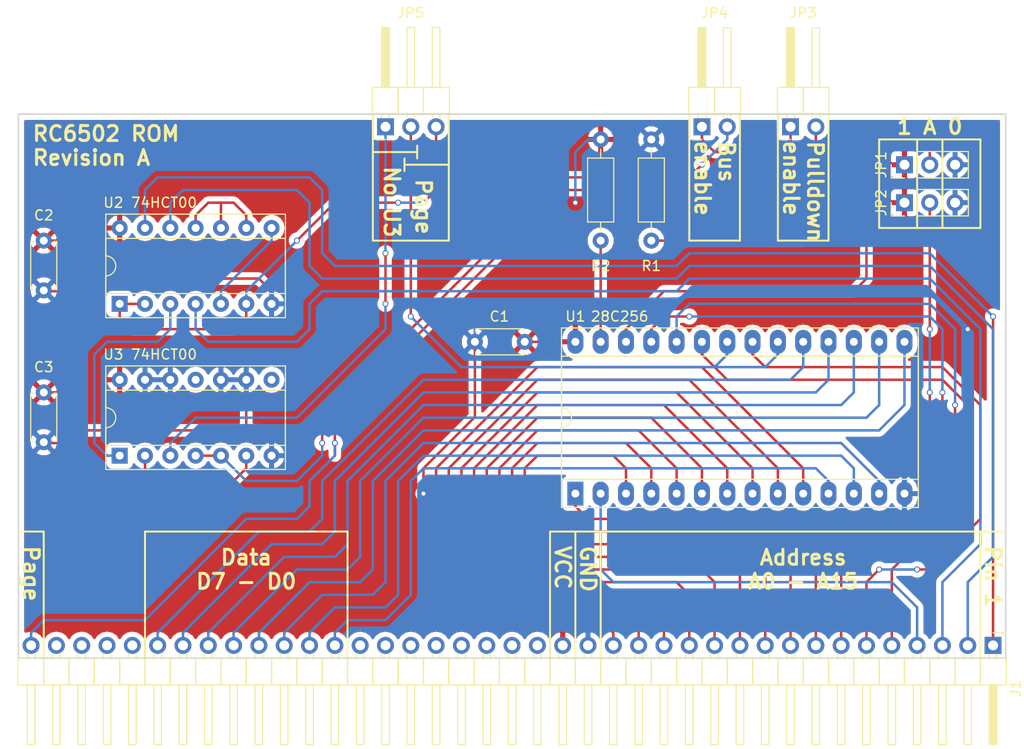
<source format=kicad_pcb>
(kicad_pcb (version 4) (host pcbnew 4.0.6)
  (layers (0 F.Cu signal) (31 B.Cu signal) (34 B.Paste user) (35 F.Paste user) (36 B.SilkS user) (37 F.SilkS user) (38 B.Mask user) (39 F.Mask user) (44 Edge.Cuts user))
  (net 0 "")
  (net 1 VCC)
  (net 2 GND)
  (net 3 A15)
  (net 4 A14)
  (net 5 A13)
  (net 6 A12)
  (net 7 A11)
  (net 8 A10)
  (net 9 A9)
  (net 10 A8)
  (net 11 A7)
  (net 12 A6)
  (net 13 A5)
  (net 14 A4)
  (net 15 A3)
  (net 16 A2)
  (net 17 A1)
  (net 18 A0)
  (net 19 D0)
  (net 20 D1)
  (net 21 D2)
  (net 22 D3)
  (net 23 D4)
  (net 24 D5)
  (net 25 D6)
  (net 26 D7)
  (net 27 "Net-(J1-Pad39)")
  (net 28 A13_W)
  (net 29 A14_W)
  (net 30 PAGE_EN)
  (net 31 "Net-(JP3-Pad2)")
  (net 32 CS)
  (net 33 CS_IN)
  (net 34 "Net-(U2-Pad5)")
  (net 35 "Net-(U2-Pad10)")
  (net 36 "Net-(U2-Pad3)")
  (net 37 "Net-(U3-Pad2)")
  (net 38 "Net-(R2-Pad1)")
  (net 39 "Net-(JP5-Pad1)")
  (module Capacitors_THT:C_Disc_D4.7mm_W2.5mm_P5.00mm (layer F.Cu) (at 160.02 113.03 180)
    (fp_text reference C1 (at 2.54 2.54 180) (layer F.SilkS))
    (fp_text value 100nF)
    (pad 1 thru_hole circle (at 0 0 180) (size 1.6 1.6) (drill 0.8) (layers *.Cu *.Mask) (net 1 VCC))
    (pad 2 thru_hole circle (at 5 0 180) (size 1.6 1.6) (drill 0.8) (layers *.Cu *.Mask) (net 2 GND))
  )
  (module Capacitors_THT:C_Disc_D4.7mm_W2.5mm_P5.00mm (layer F.Cu) (at 111.76 102.87 270)
    (fp_text reference C2 (at -2.54 0 360) (layer F.SilkS))
    (fp_text value 100nF)
    (pad 1 thru_hole circle (at 0 0 270) (size 1.6 1.6) (drill 0.8) (layers *.Cu *.Mask) (net 1 VCC))
    (pad 2 thru_hole circle (at 5 0 270) (size 1.6 1.6) (drill 0.8) (layers *.Cu *.Mask) (net 2 GND))
  )
  (module Capacitors_THT:C_Disc_D4.7mm_W2.5mm_P5.00mm (layer F.Cu) (at 111.76 118.11 270)
    (fp_text reference C3 (at -2.54 0 360) (layer F.SilkS))
    (fp_text value 100nF)
    (pad 1 thru_hole circle (at 0 0 270) (size 1.6 1.6) (drill 0.8) (layers *.Cu *.Mask) (net 1 VCC))
    (pad 2 thru_hole circle (at 5 0 270) (size 1.6 1.6) (drill 0.8) (layers *.Cu *.Mask) (net 2 GND))
  )
  (module Pin_Headers:Pin_Header_Angled_1x39_Pitch2.54mm (layer F.Cu) (at 207.01 143.51 270)
    (fp_text reference J1 (at 4.315 -2.27 270) (layer F.SilkS))
    (fp_text value CONN_01X39)
    (pad 1 thru_hole rect (at 0 0 270) (size 1.7 1.7) (drill 1) (layers *.Cu *.Mask) (net 3 A15))
    (pad 2 thru_hole oval (at 0 2.54 270) (size 1.7 1.7) (drill 1) (layers *.Cu *.Mask) (net 4 A14))
    (pad 3 thru_hole oval (at 0 5.08 270) (size 1.7 1.7) (drill 1) (layers *.Cu *.Mask) (net 5 A13))
    (pad 4 thru_hole oval (at 0 7.62 270) (size 1.7 1.7) (drill 1) (layers *.Cu *.Mask) (net 6 A12))
    (pad 5 thru_hole oval (at 0 10.16 270) (size 1.7 1.7) (drill 1) (layers *.Cu *.Mask) (net 7 A11))
    (pad 6 thru_hole oval (at 0 12.7 270) (size 1.7 1.7) (drill 1) (layers *.Cu *.Mask) (net 8 A10))
    (pad 7 thru_hole oval (at 0 15.24 270) (size 1.7 1.7) (drill 1) (layers *.Cu *.Mask) (net 9 A9))
    (pad 8 thru_hole oval (at 0 17.78 270) (size 1.7 1.7) (drill 1) (layers *.Cu *.Mask) (net 10 A8))
    (pad 9 thru_hole oval (at 0 20.32 270) (size 1.7 1.7) (drill 1) (layers *.Cu *.Mask) (net 11 A7))
    (pad 10 thru_hole oval (at 0 22.86 270) (size 1.7 1.7) (drill 1) (layers *.Cu *.Mask) (net 12 A6))
    (pad 11 thru_hole oval (at 0 25.4 270) (size 1.7 1.7) (drill 1) (layers *.Cu *.Mask) (net 13 A5))
    (pad 12 thru_hole oval (at 0 27.94 270) (size 1.7 1.7) (drill 1) (layers *.Cu *.Mask) (net 14 A4))
    (pad 13 thru_hole oval (at 0 30.48 270) (size 1.7 1.7) (drill 1) (layers *.Cu *.Mask) (net 15 A3))
    (pad 14 thru_hole oval (at 0 33.02 270) (size 1.7 1.7) (drill 1) (layers *.Cu *.Mask) (net 16 A2))
    (pad 15 thru_hole oval (at 0 35.56 270) (size 1.7 1.7) (drill 1) (layers *.Cu *.Mask) (net 17 A1))
    (pad 16 thru_hole oval (at 0 38.1 270) (size 1.7 1.7) (drill 1) (layers *.Cu *.Mask) (net 18 A0))
    (pad 17 thru_hole oval (at 0 40.64 270) (size 1.7 1.7) (drill 1) (layers *.Cu *.Mask) (net 2 GND))
    (pad 18 thru_hole oval (at 0 43.18 270) (size 1.7 1.7) (drill 1) (layers *.Cu *.Mask) (net 1 VCC))
    (pad 19 thru_hole oval (at 0 45.72 270) (size 1.7 1.7) (drill 1) (layers *.Cu *.Mask))
    (pad 20 thru_hole oval (at 0 48.26 270) (size 1.7 1.7) (drill 1) (layers *.Cu *.Mask))
    (pad 21 thru_hole oval (at 0 50.8 270) (size 1.7 1.7) (drill 1) (layers *.Cu *.Mask))
    (pad 22 thru_hole oval (at 0 53.34 270) (size 1.7 1.7) (drill 1) (layers *.Cu *.Mask))
    (pad 23 thru_hole oval (at 0 55.88 270) (size 1.7 1.7) (drill 1) (layers *.Cu *.Mask))
    (pad 24 thru_hole oval (at 0 58.42 270) (size 1.7 1.7) (drill 1) (layers *.Cu *.Mask))
    (pad 25 thru_hole oval (at 0 60.96 270) (size 1.7 1.7) (drill 1) (layers *.Cu *.Mask))
    (pad 26 thru_hole oval (at 0 63.5 270) (size 1.7 1.7) (drill 1) (layers *.Cu *.Mask))
    (pad 27 thru_hole oval (at 0 66.04 270) (size 1.7 1.7) (drill 1) (layers *.Cu *.Mask) (net 19 D0))
    (pad 28 thru_hole oval (at 0 68.58 270) (size 1.7 1.7) (drill 1) (layers *.Cu *.Mask) (net 20 D1))
    (pad 29 thru_hole oval (at 0 71.12 270) (size 1.7 1.7) (drill 1) (layers *.Cu *.Mask) (net 21 D2))
    (pad 30 thru_hole oval (at 0 73.66 270) (size 1.7 1.7) (drill 1) (layers *.Cu *.Mask) (net 22 D3))
    (pad 31 thru_hole oval (at 0 76.2 270) (size 1.7 1.7) (drill 1) (layers *.Cu *.Mask) (net 23 D4))
    (pad 32 thru_hole oval (at 0 78.74 270) (size 1.7 1.7) (drill 1) (layers *.Cu *.Mask) (net 24 D5))
    (pad 33 thru_hole oval (at 0 81.28 270) (size 1.7 1.7) (drill 1) (layers *.Cu *.Mask) (net 25 D6))
    (pad 34 thru_hole oval (at 0 83.82 270) (size 1.7 1.7) (drill 1) (layers *.Cu *.Mask) (net 26 D7))
    (pad 35 thru_hole oval (at 0 86.36 270) (size 1.7 1.7) (drill 1) (layers *.Cu *.Mask))
    (pad 36 thru_hole oval (at 0 88.9 270) (size 1.7 1.7) (drill 1) (layers *.Cu *.Mask))
    (pad 37 thru_hole oval (at 0 91.44 270) (size 1.7 1.7) (drill 1) (layers *.Cu *.Mask))
    (pad 38 thru_hole oval (at 0 93.98 270) (size 1.7 1.7) (drill 1) (layers *.Cu *.Mask))
    (pad 39 thru_hole oval (at 0 96.52 270) (size 1.7 1.7) (drill 1) (layers *.Cu *.Mask) (net 27 "Net-(J1-Pad39)"))
  )
  (module Pin_Headers:Pin_Header_Angled_1x02_Pitch2.54mm (layer F.Cu) (at 186.69 91.44 90)
    (fp_text reference JP3 (at 11.43 1.27 180) (layer F.SilkS))
    (fp_text value "Page PullDown")
    (pad 1 thru_hole rect (at 0 0 90) (size 1.7 1.7) (drill 1) (layers *.Cu *.Mask) (net 30 PAGE_EN))
    (pad 2 thru_hole oval (at 0 2.54 90) (size 1.7 1.7) (drill 1) (layers *.Cu *.Mask) (net 31 "Net-(JP3-Pad2)"))
  )
  (module Pin_Headers:Pin_Header_Angled_1x02_Pitch2.54mm (layer F.Cu) (at 177.8 91.44 90)
    (fp_text reference JP4 (at 11.43 1.27 180) (layer F.SilkS))
    (fp_text value "Bus enable")
    (pad 1 thru_hole rect (at 0 0 90) (size 1.7 1.7) (drill 1) (layers *.Cu *.Mask) (net 30 PAGE_EN))
    (pad 2 thru_hole oval (at 0 2.54 90) (size 1.7 1.7) (drill 1) (layers *.Cu *.Mask) (net 27 "Net-(J1-Pad39)"))
  )
  (module Resistors_THT:R_Axial_DIN0207_L6.3mm_D2.5mm_P10.16mm_Horizontal (layer F.Cu) (at 172.72 92.71 270)
    (fp_text reference R1 (at 12.7 0 360) (layer F.SilkS))
    (fp_text value 10k)
    (pad 1 thru_hole circle (at 0 0 270) (size 1.6 1.6) (drill 0.8) (layers *.Cu *.Mask) (net 2 GND))
    (pad 2 thru_hole oval (at 10.16 0 270) (size 1.6 1.6) (drill 0.8) (layers *.Cu *.Mask) (net 31 "Net-(JP3-Pad2)"))
  )
  (module Resistors_THT:R_Axial_DIN0207_L6.3mm_D2.5mm_P10.16mm_Horizontal (layer F.Cu) (at 167.64 102.87 90)
    (fp_text reference R2 (at -2.54 0 180) (layer F.SilkS))
    (fp_text value 3.3k)
    (pad 1 thru_hole circle (at 0 0 90) (size 1.6 1.6) (drill 0.8) (layers *.Cu *.Mask) (net 38 "Net-(R2-Pad1)"))
    (pad 2 thru_hole oval (at 10.16 0 90) (size 1.6 1.6) (drill 0.8) (layers *.Cu *.Mask) (net 1 VCC))
  )
  (module Housings_DIP:DIP-28_W15.24mm_Socket_LongPads (layer F.Cu) (at 165.1 128.27 90)
    (fp_text reference U1 (at 17.78 0 180) (layer F.SilkS))
    (fp_text value 28C256 (at 17.78 4.445 180) (layer F.SilkS))
    (pad 1 thru_hole rect (at 0 0 90) (size 2.4 1.6) (drill 0.8) (layers *.Cu *.Mask) (net 29 A14_W))
    (pad 15 thru_hole oval (at 15.24 33.02 90) (size 2.4 1.6) (drill 0.8) (layers *.Cu *.Mask) (net 22 D3))
    (pad 2 thru_hole oval (at 0 2.54 90) (size 2.4 1.6) (drill 0.8) (layers *.Cu *.Mask) (net 6 A12))
    (pad 16 thru_hole oval (at 15.24 30.48 90) (size 2.4 1.6) (drill 0.8) (layers *.Cu *.Mask) (net 23 D4))
    (pad 3 thru_hole oval (at 0 5.08 90) (size 2.4 1.6) (drill 0.8) (layers *.Cu *.Mask) (net 11 A7))
    (pad 17 thru_hole oval (at 15.24 27.94 90) (size 2.4 1.6) (drill 0.8) (layers *.Cu *.Mask) (net 24 D5))
    (pad 4 thru_hole oval (at 0 7.62 90) (size 2.4 1.6) (drill 0.8) (layers *.Cu *.Mask) (net 12 A6))
    (pad 18 thru_hole oval (at 15.24 25.4 90) (size 2.4 1.6) (drill 0.8) (layers *.Cu *.Mask) (net 25 D6))
    (pad 5 thru_hole oval (at 0 10.16 90) (size 2.4 1.6) (drill 0.8) (layers *.Cu *.Mask) (net 13 A5))
    (pad 19 thru_hole oval (at 15.24 22.86 90) (size 2.4 1.6) (drill 0.8) (layers *.Cu *.Mask) (net 26 D7))
    (pad 6 thru_hole oval (at 0 12.7 90) (size 2.4 1.6) (drill 0.8) (layers *.Cu *.Mask) (net 14 A4))
    (pad 20 thru_hole oval (at 15.24 20.32 90) (size 2.4 1.6) (drill 0.8) (layers *.Cu *.Mask) (net 32 CS))
    (pad 7 thru_hole oval (at 0 15.24 90) (size 2.4 1.6) (drill 0.8) (layers *.Cu *.Mask) (net 15 A3))
    (pad 21 thru_hole oval (at 15.24 17.78 90) (size 2.4 1.6) (drill 0.8) (layers *.Cu *.Mask) (net 8 A10))
    (pad 8 thru_hole oval (at 0 17.78 90) (size 2.4 1.6) (drill 0.8) (layers *.Cu *.Mask) (net 16 A2))
    (pad 22 thru_hole oval (at 15.24 15.24 90) (size 2.4 1.6) (drill 0.8) (layers *.Cu *.Mask) (net 32 CS))
    (pad 9 thru_hole oval (at 0 20.32 90) (size 2.4 1.6) (drill 0.8) (layers *.Cu *.Mask) (net 17 A1))
    (pad 23 thru_hole oval (at 15.24 12.7 90) (size 2.4 1.6) (drill 0.8) (layers *.Cu *.Mask) (net 7 A11))
    (pad 10 thru_hole oval (at 0 22.86 90) (size 2.4 1.6) (drill 0.8) (layers *.Cu *.Mask) (net 18 A0))
    (pad 24 thru_hole oval (at 15.24 10.16 90) (size 2.4 1.6) (drill 0.8) (layers *.Cu *.Mask) (net 9 A9))
    (pad 11 thru_hole oval (at 0 25.4 90) (size 2.4 1.6) (drill 0.8) (layers *.Cu *.Mask) (net 19 D0))
    (pad 25 thru_hole oval (at 15.24 7.62 90) (size 2.4 1.6) (drill 0.8) (layers *.Cu *.Mask) (net 10 A8))
    (pad 12 thru_hole oval (at 0 27.94 90) (size 2.4 1.6) (drill 0.8) (layers *.Cu *.Mask) (net 20 D1))
    (pad 26 thru_hole oval (at 15.24 5.08 90) (size 2.4 1.6) (drill 0.8) (layers *.Cu *.Mask) (net 28 A13_W))
    (pad 13 thru_hole oval (at 0 30.48 90) (size 2.4 1.6) (drill 0.8) (layers *.Cu *.Mask) (net 21 D2))
    (pad 27 thru_hole oval (at 15.24 2.54 90) (size 2.4 1.6) (drill 0.8) (layers *.Cu *.Mask) (net 38 "Net-(R2-Pad1)"))
    (pad 14 thru_hole oval (at 0 33.02 90) (size 2.4 1.6) (drill 0.8) (layers *.Cu *.Mask) (net 2 GND))
    (pad 28 thru_hole oval (at 15.24 0 90) (size 2.4 1.6) (drill 0.8) (layers *.Cu *.Mask) (net 1 VCC))
  )
  (module Housings_DIP:DIP-14_W7.62mm_Socket (layer F.Cu) (at 119.38 109.22 90)
    (fp_text reference U2 (at 10.16 -0.635 180) (layer F.SilkS))
    (fp_text value 74HCT00 (at 10.16 4.445 180) (layer F.SilkS))
    (pad 1 thru_hole rect (at 0 0 90) (size 1.6 1.6) (drill 0.8) (layers *.Cu *.Mask) (net 33 CS_IN))
    (pad 8 thru_hole oval (at 7.62 15.24 90) (size 1.6 1.6) (drill 0.8) (layers *.Cu *.Mask) (net 34 "Net-(U2-Pad5)"))
    (pad 2 thru_hole oval (at 0 2.54 90) (size 1.6 1.6) (drill 0.8) (layers *.Cu *.Mask) (net 33 CS_IN))
    (pad 9 thru_hole oval (at 7.62 12.7 90) (size 1.6 1.6) (drill 0.8) (layers *.Cu *.Mask) (net 35 "Net-(U2-Pad10)"))
    (pad 3 thru_hole oval (at 0 5.08 90) (size 1.6 1.6) (drill 0.8) (layers *.Cu *.Mask) (net 36 "Net-(U2-Pad3)"))
    (pad 10 thru_hole oval (at 7.62 10.16 90) (size 1.6 1.6) (drill 0.8) (layers *.Cu *.Mask) (net 35 "Net-(U2-Pad10)"))
    (pad 4 thru_hole oval (at 0 7.62 90) (size 1.6 1.6) (drill 0.8) (layers *.Cu *.Mask) (net 5 A13))
    (pad 11 thru_hole oval (at 7.62 7.62 90) (size 1.6 1.6) (drill 0.8) (layers *.Cu *.Mask) (net 35 "Net-(U2-Pad10)"))
    (pad 5 thru_hole oval (at 0 10.16 90) (size 1.6 1.6) (drill 0.8) (layers *.Cu *.Mask) (net 34 "Net-(U2-Pad5)"))
    (pad 12 thru_hole oval (at 7.62 5.08 90) (size 1.6 1.6) (drill 0.8) (layers *.Cu *.Mask) (net 4 A14))
    (pad 6 thru_hole oval (at 0 12.7 90) (size 1.6 1.6) (drill 0.8) (layers *.Cu *.Mask) (net 33 CS_IN))
    (pad 13 thru_hole oval (at 7.62 2.54 90) (size 1.6 1.6) (drill 0.8) (layers *.Cu *.Mask) (net 3 A15))
    (pad 7 thru_hole oval (at 0 15.24 90) (size 1.6 1.6) (drill 0.8) (layers *.Cu *.Mask) (net 2 GND))
    (pad 14 thru_hole oval (at 7.62 0 90) (size 1.6 1.6) (drill 0.8) (layers *.Cu *.Mask) (net 1 VCC))
  )
  (module Housings_DIP:DIP-14_W7.62mm_Socket (layer F.Cu) (at 119.38 124.46 90)
    (fp_text reference U3 (at 10.16 -0.635 180) (layer F.SilkS))
    (fp_text value 74HCT00 (at 10.16 4.445 180) (layer F.SilkS))
    (pad 1 thru_hole rect (at 0 0 90) (size 1.6 1.6) (drill 0.8) (layers *.Cu *.Mask) (net 36 "Net-(U2-Pad3)"))
    (pad 8 thru_hole oval (at 7.62 15.24 90) (size 1.6 1.6) (drill 0.8) (layers *.Cu *.Mask))
    (pad 2 thru_hole oval (at 0 2.54 90) (size 1.6 1.6) (drill 0.8) (layers *.Cu *.Mask) (net 37 "Net-(U3-Pad2)"))
    (pad 9 thru_hole oval (at 7.62 12.7 90) (size 1.6 1.6) (drill 0.8) (layers *.Cu *.Mask) (net 2 GND))
    (pad 3 thru_hole oval (at 0 5.08 90) (size 1.6 1.6) (drill 0.8) (layers *.Cu *.Mask) (net 39 "Net-(JP5-Pad1)"))
    (pad 10 thru_hole oval (at 7.62 10.16 90) (size 1.6 1.6) (drill 0.8) (layers *.Cu *.Mask) (net 2 GND))
    (pad 4 thru_hole oval (at 0 7.62 90) (size 1.6 1.6) (drill 0.8) (layers *.Cu *.Mask) (net 30 PAGE_EN))
    (pad 11 thru_hole oval (at 7.62 7.62 90) (size 1.6 1.6) (drill 0.8) (layers *.Cu *.Mask))
    (pad 5 thru_hole oval (at 0 10.16 90) (size 1.6 1.6) (drill 0.8) (layers *.Cu *.Mask) (net 30 PAGE_EN))
    (pad 12 thru_hole oval (at 7.62 5.08 90) (size 1.6 1.6) (drill 0.8) (layers *.Cu *.Mask) (net 2 GND))
    (pad 6 thru_hole oval (at 0 12.7 90) (size 1.6 1.6) (drill 0.8) (layers *.Cu *.Mask) (net 37 "Net-(U3-Pad2)"))
    (pad 13 thru_hole oval (at 7.62 2.54 90) (size 1.6 1.6) (drill 0.8) (layers *.Cu *.Mask) (net 2 GND))
    (pad 7 thru_hole oval (at 0 15.24 90) (size 1.6 1.6) (drill 0.8) (layers *.Cu *.Mask) (net 2 GND))
    (pad 14 thru_hole oval (at 7.62 0 90) (size 1.6 1.6) (drill 0.8) (layers *.Cu *.Mask) (net 1 VCC))
  )
  (module Pin_Headers:Pin_Header_Straight_1x03_Pitch2.54mm (layer F.Cu) (at 198.12 95.25 90)
    (fp_text reference JP1 (at 0 -2.33 90) (layer F.SilkS))
    (fp_text value "A13 Select")
    (pad 1 thru_hole rect (at 0 0 90) (size 1.7 1.7) (drill 1) (layers *.Cu *.Mask) (net 1 VCC))
    (pad 2 thru_hole oval (at 0 2.54 90) (size 1.7 1.7) (drill 1) (layers *.Cu *.Mask) (net 28 A13_W))
    (pad 3 thru_hole oval (at 0 5.08 90) (size 1.7 1.7) (drill 1) (layers *.Cu *.Mask) (net 2 GND))
  )
  (module Pin_Headers:Pin_Header_Straight_1x03_Pitch2.54mm (layer F.Cu) (at 198.12 99.06 90)
    (fp_text reference JP2 (at 0 -2.33 90) (layer F.SilkS))
    (fp_text value "A14 Select")
    (pad 1 thru_hole rect (at 0 0 90) (size 1.7 1.7) (drill 1) (layers *.Cu *.Mask) (net 1 VCC))
    (pad 2 thru_hole oval (at 0 2.54 90) (size 1.7 1.7) (drill 1) (layers *.Cu *.Mask) (net 29 A14_W))
    (pad 3 thru_hole oval (at 0 5.08 90) (size 1.7 1.7) (drill 1) (layers *.Cu *.Mask) (net 2 GND))
  )
  (module Pin_Headers:Pin_Header_Angled_1x03_Pitch2.54mm (layer F.Cu) (at 146.05 91.44 90)
    (fp_text reference JP5 (at 11.43 2.54 180) (layer F.SilkS))
    (fp_text value "Page mode")
    (pad 1 thru_hole rect (at 0 0 90) (size 1.7 1.7) (drill 1) (layers *.Cu *.Mask) (net 39 "Net-(JP5-Pad1)"))
    (pad 2 thru_hole oval (at 0 2.54 90) (size 1.7 1.7) (drill 1) (layers *.Cu *.Mask) (net 32 CS))
    (pad 3 thru_hole oval (at 0 5.08 90) (size 1.7 1.7) (drill 1) (layers *.Cu *.Mask) (net 33 CS_IN))
  )
  (gr_line (start 149.225 93.98) (end 144.78 93.98) (angle 90) (layer F.SilkS) (width 0.2))
  (gr_line (start 149.225 93.345) (end 149.225 94.615) (angle 90) (layer F.SilkS) (width 0.2))
  (gr_line (start 147.955 95.25) (end 152.4 95.25) (angle 90) (layer F.SilkS) (width 0.2))
  (gr_line (start 147.955 94.615) (end 147.955 95.885) (angle 90) (layer F.SilkS) (width 0.2))
  (gr_text Page (at 149.86 96.52 270) (layer F.SilkS) (effects (font (size 1.5 1.5) (thickness 0.3)) (justify left)))
  (gr_text "No U3" (at 146.685 95.25 270) (layer F.SilkS) (effects (font (size 1.5 1.5) (thickness 0.3)) (justify left)))
  (gr_line (start 144.78 102.87) (end 144.78 90.17) (angle 90) (layer F.SilkS) (width 0.2))
  (gr_line (start 152.4 102.87) (end 144.78 102.87) (angle 90) (layer F.SilkS) (width 0.2))
  (gr_line (start 152.4 90.17) (end 152.4 102.87) (angle 90) (layer F.SilkS) (width 0.2))
  (gr_text Page (at 110.49 133.35 270) (layer F.SilkS) (effects (font (size 1.5 1.5) (thickness 0.3)) (justify left)))
  (gr_text VCC (at 163.83 133.35 270) (layer F.SilkS) (effects (font (size 1.5 1.5) (thickness 0.3)) (justify left)))
  (gr_text GND (at 166.37 133.35 270) (layer F.SilkS) (effects (font (size 1.5 1.5) (thickness 0.3)) (justify left)))
  (gr_text "Pin 1" (at 207.01 133.35 270) (layer F.SilkS) (effects (font (size 1.5 1.5) (thickness 0.3)) (justify left)))
  (gr_text "Address\nA0 - A15" (at 187.96 135.89) (layer F.SilkS) (effects (font (size 1.5 1.5) (thickness 0.3))))
  (gr_text "Data\nD7 - D0" (at 132.08 135.89) (layer F.SilkS) (effects (font (size 1.5 1.5) (thickness 0.3))))
  (gr_line (start 142.24 132.08) (end 142.24 144.78) (angle 90) (layer F.SilkS) (width 0.2))
  (gr_line (start 121.92 132.08) (end 142.24 132.08) (angle 90) (layer F.SilkS) (width 0.2))
  (gr_line (start 121.92 144.78) (end 121.92 132.08) (angle 90) (layer F.SilkS) (width 0.2))
  (gr_line (start 165.1 144.78) (end 165.1 132.08) (angle 90) (layer F.SilkS) (width 0.2))
  (gr_line (start 162.56 132.08) (end 162.56 144.78) (angle 90) (layer F.SilkS) (width 0.2))
  (gr_line (start 167.64 132.08) (end 162.56 132.08) (angle 90) (layer F.SilkS) (width 0.2))
  (gr_line (start 167.64 132.08) (end 205.74 132.08) (angle 90) (layer F.SilkS) (width 0.2))
  (gr_line (start 167.64 144.78) (end 167.64 132.08) (angle 90) (layer F.SilkS) (width 0.2))
  (gr_line (start 205.74 132.08) (end 208.28 132.08) (angle 90) (layer F.SilkS) (width 0.2))
  (gr_line (start 205.74 144.78) (end 205.74 132.08) (angle 90) (layer F.SilkS) (width 0.2))
  (gr_line (start 111.76 132.08) (end 109.22 132.08) (angle 90) (layer F.SilkS) (width 0.2))
  (gr_line (start 111.76 144.78) (end 111.76 132.08) (angle 90) (layer F.SilkS) (width 0.2))
  (gr_text "RC6502 ROM\nRevision A" (at 110.49 93.345) (layer F.SilkS) (effects (font (size 1.5 1.5) (thickness 0.3)) (justify left)))
  (gr_text "Bus\nenable" (at 179.07 92.71 270) (layer F.SilkS) (effects (font (size 1.5 1.5) (thickness 0.3)) (justify left)))
  (gr_text "Pulldown\nenable" (at 187.96 92.71 270) (layer F.SilkS) (effects (font (size 1.5 1.5) (thickness 0.3)) (justify left)))
  (gr_line (start 190.5 102.87) (end 190.5 90.17) (angle 90) (layer F.SilkS) (width 0.2))
  (gr_line (start 185.42 102.87) (end 190.5 102.87) (angle 90) (layer F.SilkS) (width 0.2))
  (gr_line (start 185.42 90.17) (end 185.42 102.87) (angle 90) (layer F.SilkS) (width 0.2))
  (gr_line (start 181.61 102.87) (end 181.61 90.17) (angle 90) (layer F.SilkS) (width 0.2))
  (gr_line (start 176.53 102.87) (end 181.61 102.87) (angle 90) (layer F.SilkS) (width 0.2))
  (gr_line (start 176.53 90.17) (end 176.53 102.87) (angle 90) (layer F.SilkS) (width 0.2))
  (gr_text 0 (at 203.2 91.44) (layer F.SilkS) (effects (font (size 1.5 1.5) (thickness 0.3))))
  (gr_text A (at 200.66 91.44) (layer F.SilkS) (effects (font (size 1.5 1.5) (thickness 0.3))))
  (gr_text 1 (at 198.12 91.44) (layer F.SilkS) (effects (font (size 1.5 1.5) (thickness 0.3))))
  (gr_line (start 201.93 101.6) (end 201.93 92.71) (angle 90) (layer F.SilkS) (width 0.2))
  (gr_line (start 199.39 101.6) (end 199.39 92.71) (angle 90) (layer F.SilkS) (width 0.2))
  (gr_line (start 195.58 101.6) (end 205.74 101.6) (angle 90) (layer F.SilkS) (width 0.2))
  (gr_line (start 195.58 92.71) (end 195.58 101.6) (angle 90) (layer F.SilkS) (width 0.2))
  (gr_line (start 205.74 92.71) (end 195.58 92.71) (angle 90) (layer F.SilkS) (width 0.2))
  (gr_line (start 205.74 101.6) (end 205.74 92.71) (angle 90) (layer F.SilkS) (width 0.2))
  (gr_line (start 208.28 144.78) (end 109.22 144.78) (angle 90) (layer Edge.Cuts) (width 0.15))
  (gr_line (start 208.28 90.17) (end 208.28 144.78) (angle 90) (layer Edge.Cuts) (width 0.15))
  (gr_line (start 109.22 90.17) (end 208.28 90.17) (angle 90) (layer Edge.Cuts) (width 0.15))
  (gr_line (start 109.22 144.78) (end 109.22 90.17) (angle 90) (layer Edge.Cuts) (width 0.15))
  (segment (start 198.12 99.06) (end 198.12 95.25) (width 0.25) (layer F.Cu) (net 1))
  (segment (start 165.1 113.03) (end 165.1 99.06) (width 0.25) (layer F.Cu) (net 1))
  (segment (start 166.37 92.71) (end 167.64 92.71) (width 0.25) (layer B.Cu) (net 1))
  (segment (start 165.1 93.98) (end 166.37 92.71) (width 0.25) (layer B.Cu) (net 1))
  (segment (start 165.1 99.06) (end 165.1 93.98) (width 0.25) (layer B.Cu) (net 1))
  (via (at 165.1 99.06) (size 0.6) (drill 0.4) (layers F.Cu B.Cu) (net 1))
  (segment (start 119.38 116.84) (end 116.84 116.84) (width 0.25) (layer F.Cu) (net 1))
  (segment (start 114.3 118.11) (end 115.57 116.84) (width 0.25) (layer F.Cu) (net 1))
  (segment (start 115.57 116.84) (end 116.84 116.84) (width 0.25) (layer F.Cu) (net 1))
  (segment (start 114.3 118.11) (end 111.76 118.11) (width 0.25) (layer F.Cu) (net 1))
  (segment (start 119.38 101.6) (end 116.84 101.6) (width 0.25) (layer F.Cu) (net 1))
  (segment (start 113.03 102.87) (end 114.3 101.6) (width 0.25) (layer F.Cu) (net 1))
  (segment (start 114.3 101.6) (end 116.84 101.6) (width 0.25) (layer F.Cu) (net 1))
  (segment (start 113.03 102.87) (end 111.76 102.87) (width 0.25) (layer F.Cu) (net 1))
  (segment (start 160.02 113.03) (end 165.1 113.03) (width 0.25) (layer F.Cu) (net 1))
  (segment (start 203.2 99.06) (end 203.2 104.14) (width 0.25) (layer F.Cu) (net 2))
  (via (at 204.47 111.76) (size 0.6) (drill 0.4) (layers F.Cu B.Cu) (net 2))
  (segment (start 204.47 105.41) (end 204.47 111.76) (width 0.25) (layer F.Cu) (net 2))
  (segment (start 203.2 104.14) (end 204.47 105.41) (width 0.25) (layer F.Cu) (net 2))
  (segment (start 203.2 95.25) (end 203.2 99.06) (width 0.25) (layer F.Cu) (net 2))
  (segment (start 155.02 113.03) (end 155.02 120.57) (width 0.25) (layer F.Cu) (net 2))
  (via (at 149.86 128.27) (size 0.6) (drill 0.4) (layers F.Cu B.Cu) (net 2))
  (segment (start 149.86 125.73) (end 149.86 128.27) (width 0.25) (layer F.Cu) (net 2))
  (segment (start 155.02 120.57) (end 149.86 125.73) (width 0.25) (layer F.Cu) (net 2))
  (segment (start 121.92 116.84) (end 124.46 116.84) (width 0.25) (layer F.Cu) (net 2))
  (segment (start 132.08 116.84) (end 132.08 121.92) (width 0.25) (layer F.Cu) (net 2))
  (segment (start 134.62 109.22) (end 134.62 107.95) (width 0.25) (layer F.Cu) (net 2))
  (segment (start 114.3 107.95) (end 111.84 107.95) (width 0.25) (layer F.Cu) (net 2))
  (segment (start 115.57 106.68) (end 114.3 107.95) (width 0.25) (layer F.Cu) (net 2))
  (segment (start 133.35 106.68) (end 115.57 106.68) (width 0.25) (layer F.Cu) (net 2))
  (segment (start 134.62 107.95) (end 133.35 106.68) (width 0.25) (layer F.Cu) (net 2))
  (segment (start 111.84 107.95) (end 111.76 107.87) (width 0.25) (layer F.Cu) (net 2))
  (segment (start 134.62 124.46) (end 134.62 123.19) (width 0.25) (layer F.Cu) (net 2))
  (segment (start 130.81 121.92) (end 121.92 121.92) (width 0.25) (layer F.Cu) (net 2))
  (segment (start 132.08 121.92) (end 130.81 121.92) (width 0.25) (layer F.Cu) (net 2))
  (segment (start 121.92 121.92) (end 115.57 121.92) (width 0.25) (layer F.Cu) (net 2))
  (segment (start 114.3 123.19) (end 111.84 123.19) (width 0.25) (layer F.Cu) (net 2))
  (segment (start 115.57 121.92) (end 114.3 123.19) (width 0.25) (layer F.Cu) (net 2))
  (segment (start 133.35 121.92) (end 132.08 121.92) (width 0.25) (layer F.Cu) (net 2))
  (segment (start 134.62 123.19) (end 133.35 121.92) (width 0.25) (layer F.Cu) (net 2))
  (segment (start 111.84 123.19) (end 111.76 123.11) (width 0.25) (layer F.Cu) (net 2))
  (segment (start 198.12 128.27) (end 198.12 125.73) (width 0.25) (layer B.Cu) (net 2))
  (segment (start 198.12 125.73) (end 204.47 119.38) (width 0.25) (layer B.Cu) (net 2))
  (segment (start 204.47 119.38) (end 204.47 111.76) (width 0.25) (layer B.Cu) (net 2))
  (segment (start 155.02 110.41) (end 155.02 113.03) (width 0.25) (layer B.Cu) (net 2))
  (segment (start 204.47 111.76) (end 200.66 107.95) (width 0.25) (layer B.Cu) (net 2))
  (segment (start 200.66 107.95) (end 176.53 107.95) (width 0.25) (layer B.Cu) (net 2))
  (segment (start 176.53 107.95) (end 175.26 109.22) (width 0.25) (layer B.Cu) (net 2))
  (segment (start 175.26 109.22) (end 156.21 109.22) (width 0.25) (layer B.Cu) (net 2))
  (segment (start 156.21 109.22) (end 155.02 110.41) (width 0.25) (layer B.Cu) (net 2))
  (segment (start 148.59 105.41) (end 140.97 105.41) (width 0.25) (layer B.Cu) (net 3))
  (segment (start 200.66 104.14) (end 176.53 104.14) (width 0.25) (layer B.Cu) (net 3))
  (via (at 207.01 110.49) (size 0.6) (drill 0.4) (layers F.Cu B.Cu) (net 3))
  (segment (start 207.01 110.49) (end 200.66 104.14) (width 0.25) (layer B.Cu) (net 3))
  (segment (start 207.01 143.51) (end 207.01 110.49) (width 0.25) (layer F.Cu) (net 3))
  (segment (start 175.26 105.41) (end 148.59 105.41) (width 0.25) (layer B.Cu) (net 3))
  (segment (start 176.53 104.14) (end 175.26 105.41) (width 0.25) (layer B.Cu) (net 3))
  (segment (start 121.92 97.79) (end 121.92 101.6) (width 0.25) (layer B.Cu) (net 3))
  (segment (start 123.19 96.52) (end 121.92 97.79) (width 0.25) (layer B.Cu) (net 3))
  (segment (start 138.43 96.52) (end 123.19 96.52) (width 0.25) (layer B.Cu) (net 3))
  (segment (start 139.7 97.79) (end 138.43 96.52) (width 0.25) (layer B.Cu) (net 3))
  (segment (start 139.7 104.14) (end 139.7 97.79) (width 0.25) (layer B.Cu) (net 3))
  (segment (start 140.97 105.41) (end 139.7 104.14) (width 0.25) (layer B.Cu) (net 3))
  (segment (start 124.46 101.6) (end 124.46 99.06) (width 0.25) (layer B.Cu) (net 4))
  (segment (start 200.66 105.41) (end 176.53 105.41) (width 0.25) (layer B.Cu) (net 4))
  (segment (start 204.47 137.16) (end 207.01 134.62) (width 0.25) (layer B.Cu) (net 4))
  (segment (start 207.01 134.62) (end 207.01 111.76) (width 0.25) (layer B.Cu) (net 4))
  (segment (start 204.47 137.16) (end 204.47 143.51) (width 0.25) (layer B.Cu) (net 4))
  (segment (start 207.01 111.76) (end 200.66 105.41) (width 0.25) (layer B.Cu) (net 4))
  (segment (start 175.26 106.68) (end 148.59 106.68) (width 0.25) (layer B.Cu) (net 4))
  (segment (start 176.53 105.41) (end 175.26 106.68) (width 0.25) (layer B.Cu) (net 4))
  (segment (start 139.7 106.68) (end 148.59 106.68) (width 0.25) (layer B.Cu) (net 4))
  (segment (start 138.43 105.41) (end 139.7 106.68) (width 0.25) (layer B.Cu) (net 4))
  (segment (start 138.43 99.06) (end 138.43 105.41) (width 0.25) (layer B.Cu) (net 4))
  (segment (start 137.16 97.79) (end 138.43 99.06) (width 0.25) (layer B.Cu) (net 4))
  (segment (start 125.73 97.79) (end 137.16 97.79) (width 0.25) (layer B.Cu) (net 4))
  (segment (start 124.46 99.06) (end 125.73 97.79) (width 0.25) (layer B.Cu) (net 4))
  (segment (start 148.59 107.95) (end 139.7 107.95) (width 0.25) (layer B.Cu) (net 5))
  (segment (start 200.66 106.68) (end 176.53 106.68) (width 0.25) (layer B.Cu) (net 5))
  (segment (start 201.93 137.16) (end 205.74 133.35) (width 0.25) (layer B.Cu) (net 5))
  (segment (start 205.74 133.35) (end 205.74 111.76) (width 0.25) (layer B.Cu) (net 5))
  (segment (start 201.93 143.51) (end 201.93 137.16) (width 0.25) (layer B.Cu) (net 5))
  (segment (start 205.74 111.76) (end 200.66 106.68) (width 0.25) (layer B.Cu) (net 5))
  (segment (start 175.26 107.95) (end 148.59 107.95) (width 0.25) (layer B.Cu) (net 5))
  (segment (start 176.53 106.68) (end 175.26 107.95) (width 0.25) (layer B.Cu) (net 5))
  (segment (start 127 111.76) (end 127 109.22) (width 0.25) (layer B.Cu) (net 5))
  (segment (start 128.27 113.03) (end 127 111.76) (width 0.25) (layer B.Cu) (net 5))
  (segment (start 137.16 113.03) (end 128.27 113.03) (width 0.25) (layer B.Cu) (net 5))
  (segment (start 138.43 111.76) (end 137.16 113.03) (width 0.25) (layer B.Cu) (net 5))
  (segment (start 138.43 110.49) (end 138.43 111.76) (width 0.25) (layer B.Cu) (net 5))
  (segment (start 138.43 109.22) (end 138.43 110.49) (width 0.25) (layer B.Cu) (net 5))
  (segment (start 139.7 107.95) (end 138.43 109.22) (width 0.25) (layer B.Cu) (net 5))
  (segment (start 199.39 143.51) (end 199.39 139.7) (width 0.25) (layer B.Cu) (net 6))
  (segment (start 167.64 135.89) (end 167.64 128.27) (width 0.25) (layer B.Cu) (net 6))
  (segment (start 168.91 137.16) (end 167.64 135.89) (width 0.25) (layer B.Cu) (net 6))
  (segment (start 196.85 137.16) (end 168.91 137.16) (width 0.25) (layer B.Cu) (net 6))
  (segment (start 199.39 139.7) (end 196.85 137.16) (width 0.25) (layer B.Cu) (net 6))
  (segment (start 204.47 119.38) (end 201.93 116.84) (width 0.25) (layer F.Cu) (net 7))
  (segment (start 196.85 143.51) (end 196.85 135.89) (width 0.25) (layer F.Cu) (net 7))
  (segment (start 204.47 123.19) (end 204.47 130.81) (width 0.25) (layer F.Cu) (net 7))
  (segment (start 204.47 130.81) (end 200.66 134.62) (width 0.25) (layer F.Cu) (net 7))
  (segment (start 200.66 134.62) (end 198.12 134.62) (width 0.25) (layer F.Cu) (net 7))
  (segment (start 198.12 134.62) (end 196.85 135.89) (width 0.25) (layer F.Cu) (net 7))
  (segment (start 204.47 123.19) (end 204.47 119.38) (width 0.25) (layer F.Cu) (net 7))
  (segment (start 177.8 114.3) (end 177.8 113.03) (width 0.25) (layer F.Cu) (net 7))
  (segment (start 180.34 116.84) (end 177.8 114.3) (width 0.25) (layer F.Cu) (net 7))
  (segment (start 201.93 116.84) (end 180.34 116.84) (width 0.25) (layer F.Cu) (net 7))
  (segment (start 205.74 119.38) (end 201.93 115.57) (width 0.25) (layer F.Cu) (net 8))
  (segment (start 194.31 137.16) (end 195.58 135.89) (width 0.25) (layer F.Cu) (net 8))
  (via (at 195.58 135.89) (size 0.6) (drill 0.4) (layers F.Cu B.Cu) (net 8))
  (segment (start 195.58 135.89) (end 199.39 135.89) (width 0.25) (layer B.Cu) (net 8))
  (via (at 199.39 135.89) (size 0.6) (drill 0.4) (layers F.Cu B.Cu) (net 8))
  (segment (start 199.39 135.89) (end 200.66 135.89) (width 0.25) (layer F.Cu) (net 8))
  (segment (start 200.66 135.89) (end 205.74 130.81) (width 0.25) (layer F.Cu) (net 8))
  (segment (start 205.74 130.81) (end 205.74 123.19) (width 0.25) (layer F.Cu) (net 8))
  (segment (start 194.31 143.51) (end 194.31 137.16) (width 0.25) (layer F.Cu) (net 8))
  (segment (start 205.74 119.38) (end 205.74 123.19) (width 0.25) (layer F.Cu) (net 8))
  (segment (start 182.88 114.3) (end 182.88 113.03) (width 0.25) (layer F.Cu) (net 8))
  (segment (start 184.15 115.57) (end 182.88 114.3) (width 0.25) (layer F.Cu) (net 8))
  (segment (start 201.93 115.57) (end 184.15 115.57) (width 0.25) (layer F.Cu) (net 8))
  (via (at 203.2 119.38) (size 0.6) (drill 0.4) (layers F.Cu B.Cu) (net 9))
  (segment (start 203.2 123.19) (end 203.2 119.38) (width 0.25) (layer F.Cu) (net 9))
  (segment (start 191.77 134.62) (end 193.04 133.35) (width 0.25) (layer F.Cu) (net 9))
  (segment (start 193.04 133.35) (end 200.66 133.35) (width 0.25) (layer F.Cu) (net 9))
  (segment (start 200.66 133.35) (end 203.2 130.81) (width 0.25) (layer F.Cu) (net 9))
  (segment (start 203.2 130.81) (end 203.2 123.19) (width 0.25) (layer F.Cu) (net 9))
  (segment (start 191.77 143.51) (end 191.77 134.62) (width 0.25) (layer F.Cu) (net 9))
  (segment (start 175.26 110.49) (end 175.26 113.03) (width 0.25) (layer B.Cu) (net 9))
  (segment (start 176.53 109.22) (end 175.26 110.49) (width 0.25) (layer B.Cu) (net 9))
  (segment (start 179.07 109.22) (end 176.53 109.22) (width 0.25) (layer B.Cu) (net 9))
  (segment (start 200.66 109.22) (end 179.07 109.22) (width 0.25) (layer B.Cu) (net 9))
  (segment (start 203.2 111.76) (end 200.66 109.22) (width 0.25) (layer B.Cu) (net 9))
  (segment (start 203.2 115.57) (end 203.2 111.76) (width 0.25) (layer B.Cu) (net 9))
  (segment (start 203.2 119.38) (end 203.2 115.57) (width 0.25) (layer B.Cu) (net 9))
  (segment (start 201.93 120.65) (end 201.93 118.11) (width 0.25) (layer F.Cu) (net 10))
  (segment (start 189.23 143.51) (end 189.23 133.35) (width 0.25) (layer F.Cu) (net 10))
  (segment (start 201.93 130.81) (end 201.93 120.65) (width 0.25) (layer F.Cu) (net 10))
  (segment (start 200.66 132.08) (end 201.93 130.81) (width 0.25) (layer F.Cu) (net 10))
  (segment (start 190.5 132.08) (end 200.66 132.08) (width 0.25) (layer F.Cu) (net 10))
  (segment (start 189.23 133.35) (end 190.5 132.08) (width 0.25) (layer F.Cu) (net 10))
  (segment (start 172.72 111.76) (end 172.72 113.03) (width 0.25) (layer F.Cu) (net 10))
  (segment (start 173.99 110.49) (end 172.72 111.76) (width 0.25) (layer F.Cu) (net 10))
  (segment (start 176.53 110.49) (end 173.99 110.49) (width 0.25) (layer F.Cu) (net 10))
  (via (at 176.53 110.49) (size 0.6) (drill 0.4) (layers F.Cu B.Cu) (net 10))
  (segment (start 200.66 110.49) (end 176.53 110.49) (width 0.25) (layer B.Cu) (net 10))
  (segment (start 201.93 111.76) (end 200.66 110.49) (width 0.25) (layer B.Cu) (net 10))
  (segment (start 201.93 113.03) (end 201.93 111.76) (width 0.25) (layer B.Cu) (net 10))
  (segment (start 201.93 114.3) (end 201.93 113.03) (width 0.25) (layer B.Cu) (net 10))
  (segment (start 201.93 118.11) (end 201.93 114.3) (width 0.25) (layer B.Cu) (net 10))
  (via (at 201.93 118.11) (size 0.6) (drill 0.4) (layers F.Cu B.Cu) (net 10))
  (segment (start 170.18 128.27) (end 170.18 125.73) (width 0.25) (layer F.Cu) (net 11))
  (segment (start 186.69 133.35) (end 186.69 143.51) (width 0.25) (layer F.Cu) (net 11))
  (segment (start 185.42 132.08) (end 186.69 133.35) (width 0.25) (layer F.Cu) (net 11))
  (segment (start 184.15 132.08) (end 185.42 132.08) (width 0.25) (layer F.Cu) (net 11))
  (segment (start 182.88 132.08) (end 184.15 132.08) (width 0.25) (layer F.Cu) (net 11))
  (segment (start 162.56 132.08) (end 182.88 132.08) (width 0.25) (layer F.Cu) (net 11))
  (segment (start 160.02 129.54) (end 162.56 132.08) (width 0.25) (layer F.Cu) (net 11))
  (segment (start 160.02 125.73) (end 160.02 129.54) (width 0.25) (layer F.Cu) (net 11))
  (segment (start 161.29 124.46) (end 160.02 125.73) (width 0.25) (layer F.Cu) (net 11))
  (segment (start 168.91 124.46) (end 161.29 124.46) (width 0.25) (layer F.Cu) (net 11))
  (segment (start 170.18 125.73) (end 168.91 124.46) (width 0.25) (layer F.Cu) (net 11))
  (segment (start 184.15 143.51) (end 184.15 134.62) (width 0.25) (layer F.Cu) (net 12))
  (segment (start 172.72 125.73) (end 172.72 128.27) (width 0.25) (layer F.Cu) (net 12))
  (segment (start 170.18 123.19) (end 172.72 125.73) (width 0.25) (layer F.Cu) (net 12))
  (segment (start 161.29 123.19) (end 170.18 123.19) (width 0.25) (layer F.Cu) (net 12))
  (segment (start 158.75 125.73) (end 161.29 123.19) (width 0.25) (layer F.Cu) (net 12))
  (segment (start 158.75 129.54) (end 158.75 125.73) (width 0.25) (layer F.Cu) (net 12))
  (segment (start 162.56 133.35) (end 158.75 129.54) (width 0.25) (layer F.Cu) (net 12))
  (segment (start 182.88 133.35) (end 162.56 133.35) (width 0.25) (layer F.Cu) (net 12))
  (segment (start 184.15 134.62) (end 182.88 133.35) (width 0.25) (layer F.Cu) (net 12))
  (segment (start 181.61 143.51) (end 181.61 137.16) (width 0.25) (layer F.Cu) (net 13))
  (segment (start 175.26 125.73) (end 175.26 128.27) (width 0.25) (layer F.Cu) (net 13))
  (segment (start 171.45 121.92) (end 175.26 125.73) (width 0.25) (layer F.Cu) (net 13))
  (segment (start 161.29 121.92) (end 171.45 121.92) (width 0.25) (layer F.Cu) (net 13))
  (segment (start 157.48 125.73) (end 161.29 121.92) (width 0.25) (layer F.Cu) (net 13))
  (segment (start 157.48 129.54) (end 157.48 125.73) (width 0.25) (layer F.Cu) (net 13))
  (segment (start 162.56 134.62) (end 157.48 129.54) (width 0.25) (layer F.Cu) (net 13))
  (segment (start 180.34 134.62) (end 162.56 134.62) (width 0.25) (layer F.Cu) (net 13))
  (segment (start 181.61 135.89) (end 180.34 134.62) (width 0.25) (layer F.Cu) (net 13))
  (segment (start 181.61 137.16) (end 181.61 135.89) (width 0.25) (layer F.Cu) (net 13))
  (segment (start 177.8 128.27) (end 177.8 125.73) (width 0.25) (layer F.Cu) (net 14))
  (segment (start 179.07 137.16) (end 179.07 143.51) (width 0.25) (layer F.Cu) (net 14))
  (segment (start 177.8 135.89) (end 179.07 137.16) (width 0.25) (layer F.Cu) (net 14))
  (segment (start 162.56 135.89) (end 177.8 135.89) (width 0.25) (layer F.Cu) (net 14))
  (segment (start 156.21 129.54) (end 162.56 135.89) (width 0.25) (layer F.Cu) (net 14))
  (segment (start 156.21 125.73) (end 156.21 129.54) (width 0.25) (layer F.Cu) (net 14))
  (segment (start 161.29 120.65) (end 156.21 125.73) (width 0.25) (layer F.Cu) (net 14))
  (segment (start 172.72 120.65) (end 161.29 120.65) (width 0.25) (layer F.Cu) (net 14))
  (segment (start 177.8 125.73) (end 172.72 120.65) (width 0.25) (layer F.Cu) (net 14))
  (segment (start 180.34 128.27) (end 180.34 125.73) (width 0.25) (layer F.Cu) (net 15))
  (segment (start 176.53 138.43) (end 176.53 143.51) (width 0.25) (layer F.Cu) (net 15))
  (segment (start 175.26 137.16) (end 176.53 138.43) (width 0.25) (layer F.Cu) (net 15))
  (segment (start 162.56 137.16) (end 175.26 137.16) (width 0.25) (layer F.Cu) (net 15))
  (segment (start 154.94 129.54) (end 162.56 137.16) (width 0.25) (layer F.Cu) (net 15))
  (segment (start 154.94 125.73) (end 154.94 129.54) (width 0.25) (layer F.Cu) (net 15))
  (segment (start 161.29 119.38) (end 154.94 125.73) (width 0.25) (layer F.Cu) (net 15))
  (segment (start 173.99 119.38) (end 161.29 119.38) (width 0.25) (layer F.Cu) (net 15))
  (segment (start 180.34 125.73) (end 173.99 119.38) (width 0.25) (layer F.Cu) (net 15))
  (segment (start 173.99 143.51) (end 173.99 139.7) (width 0.25) (layer F.Cu) (net 16))
  (segment (start 173.99 139.7) (end 173.99 140.97) (width 0.25) (layer F.Cu) (net 16))
  (segment (start 173.99 140.97) (end 173.99 139.7) (width 0.25) (layer F.Cu) (net 16))
  (segment (start 173.99 139.7) (end 172.72 138.43) (width 0.25) (layer F.Cu) (net 16))
  (segment (start 172.72 138.43) (end 162.56 138.43) (width 0.25) (layer F.Cu) (net 16))
  (segment (start 162.56 138.43) (end 153.67 129.54) (width 0.25) (layer F.Cu) (net 16))
  (segment (start 153.67 129.54) (end 153.67 125.73) (width 0.25) (layer F.Cu) (net 16))
  (segment (start 153.67 125.73) (end 161.29 118.11) (width 0.25) (layer F.Cu) (net 16))
  (segment (start 161.29 118.11) (end 173.99 118.11) (width 0.25) (layer F.Cu) (net 16))
  (segment (start 173.99 118.11) (end 175.26 118.11) (width 0.25) (layer F.Cu) (net 16))
  (segment (start 175.26 118.11) (end 182.88 125.73) (width 0.25) (layer F.Cu) (net 16))
  (segment (start 182.88 125.73) (end 182.88 128.27) (width 0.25) (layer F.Cu) (net 16))
  (segment (start 171.45 143.51) (end 171.45 140.97) (width 0.25) (layer F.Cu) (net 17))
  (segment (start 185.42 125.73) (end 185.42 128.27) (width 0.25) (layer F.Cu) (net 17))
  (segment (start 176.53 116.84) (end 185.42 125.73) (width 0.25) (layer F.Cu) (net 17))
  (segment (start 161.29 116.84) (end 176.53 116.84) (width 0.25) (layer F.Cu) (net 17))
  (segment (start 152.4 125.73) (end 161.29 116.84) (width 0.25) (layer F.Cu) (net 17))
  (segment (start 152.4 129.54) (end 152.4 125.73) (width 0.25) (layer F.Cu) (net 17))
  (segment (start 162.56 139.7) (end 152.4 129.54) (width 0.25) (layer F.Cu) (net 17))
  (segment (start 170.18 139.7) (end 162.56 139.7) (width 0.25) (layer F.Cu) (net 17))
  (segment (start 171.45 140.97) (end 170.18 139.7) (width 0.25) (layer F.Cu) (net 17))
  (segment (start 168.91 143.51) (end 168.91 142.24) (width 0.25) (layer F.Cu) (net 18))
  (segment (start 187.96 125.73) (end 187.96 128.27) (width 0.25) (layer F.Cu) (net 18))
  (segment (start 177.8 115.57) (end 187.96 125.73) (width 0.25) (layer F.Cu) (net 18))
  (segment (start 161.29 115.57) (end 177.8 115.57) (width 0.25) (layer F.Cu) (net 18))
  (segment (start 151.13 125.73) (end 161.29 115.57) (width 0.25) (layer F.Cu) (net 18))
  (segment (start 151.13 129.54) (end 151.13 125.73) (width 0.25) (layer F.Cu) (net 18))
  (segment (start 162.56 140.97) (end 151.13 129.54) (width 0.25) (layer F.Cu) (net 18))
  (segment (start 167.64 140.97) (end 162.56 140.97) (width 0.25) (layer F.Cu) (net 18))
  (segment (start 168.91 142.24) (end 167.64 140.97) (width 0.25) (layer F.Cu) (net 18))
  (segment (start 146.05 140.97) (end 147.32 139.7) (width 0.25) (layer B.Cu) (net 19))
  (segment (start 147.32 139.7) (end 148.59 138.43) (width 0.25) (layer B.Cu) (net 19))
  (segment (start 149.86 125.73) (end 148.59 127) (width 0.25) (layer B.Cu) (net 19))
  (segment (start 148.59 127) (end 148.59 138.43) (width 0.25) (layer B.Cu) (net 19))
  (segment (start 190.5 128.27) (end 190.5 127) (width 0.25) (layer B.Cu) (net 19))
  (segment (start 189.23 125.73) (end 149.86 125.73) (width 0.25) (layer B.Cu) (net 19))
  (segment (start 190.5 127) (end 189.23 125.73) (width 0.25) (layer B.Cu) (net 19))
  (segment (start 142.24 140.97) (end 140.97 142.24) (width 0.25) (layer B.Cu) (net 19))
  (segment (start 146.05 140.97) (end 142.24 140.97) (width 0.25) (layer B.Cu) (net 19))
  (segment (start 140.97 142.24) (end 140.97 143.51) (width 0.25) (layer B.Cu) (net 19))
  (segment (start 138.43 143.51) (end 138.43 142.24) (width 0.25) (layer B.Cu) (net 20))
  (segment (start 147.32 127) (end 149.86 124.46) (width 0.25) (layer B.Cu) (net 20))
  (segment (start 147.32 138.43) (end 147.32 127) (width 0.25) (layer B.Cu) (net 20))
  (segment (start 146.05 139.7) (end 147.32 138.43) (width 0.25) (layer B.Cu) (net 20))
  (segment (start 140.97 139.7) (end 146.05 139.7) (width 0.25) (layer B.Cu) (net 20))
  (segment (start 138.43 142.24) (end 140.97 139.7) (width 0.25) (layer B.Cu) (net 20))
  (segment (start 193.04 128.27) (end 193.04 125.73) (width 0.25) (layer B.Cu) (net 20))
  (segment (start 191.77 124.46) (end 149.86 124.46) (width 0.25) (layer B.Cu) (net 20))
  (segment (start 193.04 125.73) (end 191.77 124.46) (width 0.25) (layer B.Cu) (net 20))
  (segment (start 149.86 123.19) (end 146.05 127) (width 0.25) (layer B.Cu) (net 21))
  (segment (start 135.89 142.24) (end 135.89 143.51) (width 0.25) (layer B.Cu) (net 21))
  (segment (start 139.7 138.43) (end 135.89 142.24) (width 0.25) (layer B.Cu) (net 21))
  (segment (start 140.97 138.43) (end 139.7 138.43) (width 0.25) (layer B.Cu) (net 21))
  (segment (start 144.78 138.43) (end 140.97 138.43) (width 0.25) (layer B.Cu) (net 21))
  (segment (start 146.05 137.16) (end 144.78 138.43) (width 0.25) (layer B.Cu) (net 21))
  (segment (start 146.05 127) (end 146.05 137.16) (width 0.25) (layer B.Cu) (net 21))
  (segment (start 195.58 128.27) (end 195.58 127) (width 0.25) (layer B.Cu) (net 21))
  (segment (start 182.88 123.19) (end 149.86 123.19) (width 0.25) (layer B.Cu) (net 21))
  (segment (start 191.77 123.19) (end 182.88 123.19) (width 0.25) (layer B.Cu) (net 21))
  (segment (start 195.58 127) (end 191.77 123.19) (width 0.25) (layer B.Cu) (net 21))
  (segment (start 149.86 121.92) (end 144.78 127) (width 0.25) (layer B.Cu) (net 22))
  (segment (start 133.35 142.24) (end 133.35 143.51) (width 0.25) (layer B.Cu) (net 22))
  (segment (start 138.43 137.16) (end 133.35 142.24) (width 0.25) (layer B.Cu) (net 22))
  (segment (start 139.7 137.16) (end 138.43 137.16) (width 0.25) (layer B.Cu) (net 22))
  (segment (start 143.51 137.16) (end 139.7 137.16) (width 0.25) (layer B.Cu) (net 22))
  (segment (start 144.78 135.89) (end 143.51 137.16) (width 0.25) (layer B.Cu) (net 22))
  (segment (start 144.78 127) (end 144.78 135.89) (width 0.25) (layer B.Cu) (net 22))
  (segment (start 198.12 113.03) (end 198.12 119.38) (width 0.25) (layer B.Cu) (net 22))
  (segment (start 195.58 121.92) (end 149.86 121.92) (width 0.25) (layer B.Cu) (net 22))
  (segment (start 198.12 119.38) (end 195.58 121.92) (width 0.25) (layer B.Cu) (net 22))
  (segment (start 130.81 143.51) (end 130.81 142.24) (width 0.25) (layer B.Cu) (net 23))
  (segment (start 143.51 127) (end 149.86 120.65) (width 0.25) (layer B.Cu) (net 23))
  (segment (start 143.51 134.62) (end 143.51 127) (width 0.25) (layer B.Cu) (net 23))
  (segment (start 142.24 135.89) (end 143.51 134.62) (width 0.25) (layer B.Cu) (net 23))
  (segment (start 137.16 135.89) (end 142.24 135.89) (width 0.25) (layer B.Cu) (net 23))
  (segment (start 130.81 142.24) (end 137.16 135.89) (width 0.25) (layer B.Cu) (net 23))
  (segment (start 195.58 119.38) (end 195.58 113.03) (width 0.25) (layer B.Cu) (net 23))
  (segment (start 194.31 120.65) (end 195.58 119.38) (width 0.25) (layer B.Cu) (net 23))
  (segment (start 149.86 120.65) (end 194.31 120.65) (width 0.25) (layer B.Cu) (net 23))
  (segment (start 149.86 119.38) (end 142.24 127) (width 0.25) (layer B.Cu) (net 24))
  (segment (start 128.27 142.24) (end 128.27 143.51) (width 0.25) (layer B.Cu) (net 24))
  (segment (start 135.89 134.62) (end 128.27 142.24) (width 0.25) (layer B.Cu) (net 24))
  (segment (start 140.97 134.62) (end 135.89 134.62) (width 0.25) (layer B.Cu) (net 24))
  (segment (start 142.24 133.35) (end 140.97 134.62) (width 0.25) (layer B.Cu) (net 24))
  (segment (start 142.24 127) (end 142.24 133.35) (width 0.25) (layer B.Cu) (net 24))
  (segment (start 193.04 113.03) (end 193.04 118.11) (width 0.25) (layer B.Cu) (net 24))
  (segment (start 191.77 119.38) (end 149.86 119.38) (width 0.25) (layer B.Cu) (net 24))
  (segment (start 193.04 118.11) (end 191.77 119.38) (width 0.25) (layer B.Cu) (net 24))
  (segment (start 149.86 118.11) (end 140.97 127) (width 0.25) (layer B.Cu) (net 25))
  (segment (start 125.73 142.24) (end 125.73 143.51) (width 0.25) (layer B.Cu) (net 25))
  (segment (start 134.62 133.35) (end 125.73 142.24) (width 0.25) (layer B.Cu) (net 25))
  (segment (start 139.7 133.35) (end 134.62 133.35) (width 0.25) (layer B.Cu) (net 25))
  (segment (start 140.97 132.08) (end 139.7 133.35) (width 0.25) (layer B.Cu) (net 25))
  (segment (start 140.97 127) (end 140.97 132.08) (width 0.25) (layer B.Cu) (net 25))
  (segment (start 190.5 116.84) (end 190.5 113.03) (width 0.25) (layer B.Cu) (net 25))
  (segment (start 189.23 118.11) (end 190.5 116.84) (width 0.25) (layer B.Cu) (net 25))
  (segment (start 149.86 118.11) (end 189.23 118.11) (width 0.25) (layer B.Cu) (net 25))
  (segment (start 149.86 116.84) (end 139.7 127) (width 0.25) (layer B.Cu) (net 26))
  (segment (start 123.19 142.24) (end 123.19 143.51) (width 0.25) (layer B.Cu) (net 26))
  (segment (start 133.35 132.08) (end 123.19 142.24) (width 0.25) (layer B.Cu) (net 26))
  (segment (start 134.62 132.08) (end 133.35 132.08) (width 0.25) (layer B.Cu) (net 26))
  (segment (start 138.43 132.08) (end 134.62 132.08) (width 0.25) (layer B.Cu) (net 26))
  (segment (start 139.7 130.81) (end 138.43 132.08) (width 0.25) (layer B.Cu) (net 26))
  (segment (start 139.7 127) (end 139.7 130.81) (width 0.25) (layer B.Cu) (net 26))
  (segment (start 187.96 113.03) (end 187.96 115.57) (width 0.25) (layer B.Cu) (net 26))
  (segment (start 186.69 116.84) (end 149.86 116.84) (width 0.25) (layer B.Cu) (net 26))
  (segment (start 187.96 115.57) (end 186.69 116.84) (width 0.25) (layer B.Cu) (net 26))
  (segment (start 157.48 104.14) (end 163.83 97.79) (width 0.25) (layer F.Cu) (net 27))
  (segment (start 163.83 97.79) (end 166.37 97.79) (width 0.25) (layer F.Cu) (net 27))
  (segment (start 180.34 91.44) (end 180.34 92.71) (width 0.25) (layer B.Cu) (net 27))
  (segment (start 175.26 97.79) (end 166.37 97.79) (width 0.25) (layer F.Cu) (net 27))
  (segment (start 177.8 95.25) (end 175.26 97.79) (width 0.25) (layer F.Cu) (net 27))
  (via (at 177.8 95.25) (size 0.6) (drill 0.4) (layers F.Cu B.Cu) (net 27))
  (segment (start 180.34 92.71) (end 177.8 95.25) (width 0.25) (layer B.Cu) (net 27))
  (segment (start 140.97 120.65) (end 140.97 123.19) (width 0.25) (layer F.Cu) (net 27))
  (segment (start 157.48 104.14) (end 140.97 120.65) (width 0.25) (layer F.Cu) (net 27))
  (segment (start 140.97 123.19) (end 140.97 124.46) (width 0.25) (layer F.Cu) (net 27))
  (segment (start 140.97 124.46) (end 140.97 123.19) (width 0.25) (layer F.Cu) (net 27))
  (via (at 140.97 123.19) (size 0.6) (drill 0.4) (layers F.Cu B.Cu) (net 27))
  (segment (start 140.97 123.19) (end 140.97 124.46) (width 0.25) (layer B.Cu) (net 27))
  (segment (start 140.97 124.46) (end 138.43 127) (width 0.25) (layer B.Cu) (net 27))
  (segment (start 138.43 127) (end 138.43 129.54) (width 0.25) (layer B.Cu) (net 27))
  (segment (start 138.43 129.54) (end 137.16 130.81) (width 0.25) (layer B.Cu) (net 27))
  (segment (start 137.16 130.81) (end 132.08 130.81) (width 0.25) (layer B.Cu) (net 27))
  (segment (start 132.08 130.81) (end 121.92 140.97) (width 0.25) (layer B.Cu) (net 27))
  (segment (start 121.92 140.97) (end 111.76 140.97) (width 0.25) (layer B.Cu) (net 27))
  (segment (start 111.76 140.97) (end 110.49 142.24) (width 0.25) (layer B.Cu) (net 27))
  (segment (start 110.49 142.24) (end 110.49 143.51) (width 0.25) (layer B.Cu) (net 27))
  (segment (start 170.18 113.03) (end 170.18 111.76) (width 0.25) (layer F.Cu) (net 28))
  (segment (start 170.18 111.76) (end 173.99 107.95) (width 0.25) (layer F.Cu) (net 28))
  (segment (start 200.66 93.98) (end 200.66 95.25) (width 0.25) (layer F.Cu) (net 28))
  (segment (start 199.39 92.71) (end 200.66 93.98) (width 0.25) (layer F.Cu) (net 28))
  (segment (start 195.58 92.71) (end 199.39 92.71) (width 0.25) (layer F.Cu) (net 28))
  (segment (start 194.31 93.98) (end 195.58 92.71) (width 0.25) (layer F.Cu) (net 28))
  (segment (start 194.31 106.68) (end 194.31 93.98) (width 0.25) (layer F.Cu) (net 28))
  (segment (start 193.04 107.95) (end 194.31 106.68) (width 0.25) (layer F.Cu) (net 28))
  (segment (start 173.99 107.95) (end 193.04 107.95) (width 0.25) (layer F.Cu) (net 28))
  (segment (start 165.1 128.27) (end 165.1 129.54) (width 0.25) (layer F.Cu) (net 29))
  (segment (start 200.66 111.76) (end 200.66 99.06) (width 0.25) (layer F.Cu) (net 29))
  (via (at 200.66 111.76) (size 0.6) (drill 0.4) (layers F.Cu B.Cu) (net 29))
  (segment (start 200.66 118.11) (end 200.66 111.76) (width 0.25) (layer B.Cu) (net 29))
  (via (at 200.66 118.11) (size 0.6) (drill 0.4) (layers F.Cu B.Cu) (net 29))
  (segment (start 200.66 129.54) (end 200.66 118.11) (width 0.25) (layer F.Cu) (net 29))
  (segment (start 199.39 130.81) (end 200.66 129.54) (width 0.25) (layer F.Cu) (net 29))
  (segment (start 166.37 130.81) (end 199.39 130.81) (width 0.25) (layer F.Cu) (net 29))
  (segment (start 165.1 129.54) (end 166.37 130.81) (width 0.25) (layer F.Cu) (net 29))
  (segment (start 129.54 124.46) (end 132.08 127) (width 0.25) (layer B.Cu) (net 30))
  (segment (start 177.8 93.98) (end 177.8 91.44) (width 0.25) (layer F.Cu) (net 30))
  (segment (start 175.26 96.52) (end 177.8 93.98) (width 0.25) (layer F.Cu) (net 30))
  (segment (start 163.83 96.52) (end 175.26 96.52) (width 0.25) (layer F.Cu) (net 30))
  (segment (start 139.7 120.65) (end 163.83 96.52) (width 0.25) (layer F.Cu) (net 30))
  (segment (start 139.7 123.19) (end 139.7 120.65) (width 0.25) (layer F.Cu) (net 30))
  (via (at 139.7 123.19) (size 0.6) (drill 0.4) (layers F.Cu B.Cu) (net 30))
  (segment (start 139.7 124.46) (end 139.7 123.19) (width 0.25) (layer B.Cu) (net 30))
  (segment (start 137.16 127) (end 139.7 124.46) (width 0.25) (layer B.Cu) (net 30))
  (segment (start 132.08 127) (end 137.16 127) (width 0.25) (layer B.Cu) (net 30))
  (segment (start 177.8 91.44) (end 177.8 92.71) (width 0.25) (layer F.Cu) (net 30))
  (segment (start 177.8 92.71) (end 179.07 93.98) (width 0.25) (layer F.Cu) (net 30))
  (segment (start 179.07 93.98) (end 185.42 93.98) (width 0.25) (layer F.Cu) (net 30))
  (segment (start 185.42 93.98) (end 186.69 92.71) (width 0.25) (layer F.Cu) (net 30))
  (segment (start 186.69 92.71) (end 186.69 91.44) (width 0.25) (layer F.Cu) (net 30))
  (segment (start 127 124.46) (end 129.54 124.46) (width 0.25) (layer F.Cu) (net 30))
  (segment (start 172.72 102.87) (end 187.96 102.87) (width 0.25) (layer F.Cu) (net 31))
  (segment (start 189.23 101.6) (end 189.23 91.44) (width 0.25) (layer F.Cu) (net 31))
  (segment (start 187.96 102.87) (end 189.23 101.6) (width 0.25) (layer F.Cu) (net 31))
  (segment (start 149.86 111.76) (end 153.67 115.57) (width 0.25) (layer B.Cu) (net 32))
  (segment (start 179.07 115.57) (end 153.67 115.57) (width 0.25) (layer B.Cu) (net 32))
  (segment (start 148.59 91.44) (end 148.59 110.49) (width 0.25) (layer F.Cu) (net 32))
  (segment (start 148.59 110.49) (end 149.86 111.76) (width 0.25) (layer B.Cu) (net 32))
  (via (at 148.59 110.49) (size 0.6) (drill 0.4) (layers F.Cu B.Cu) (net 32))
  (segment (start 185.42 113.03) (end 185.42 114.3) (width 0.25) (layer B.Cu) (net 32))
  (segment (start 184.15 115.57) (end 179.07 115.57) (width 0.25) (layer B.Cu) (net 32))
  (segment (start 185.42 114.3) (end 184.15 115.57) (width 0.25) (layer B.Cu) (net 32))
  (segment (start 180.34 113.03) (end 180.34 114.3) (width 0.25) (layer B.Cu) (net 32))
  (segment (start 180.34 114.3) (end 179.07 115.57) (width 0.25) (layer B.Cu) (net 32))
  (segment (start 132.08 109.22) (end 132.08 107.95) (width 0.25) (layer B.Cu) (net 33))
  (segment (start 151.13 97.79) (end 151.13 91.44) (width 0.25) (layer F.Cu) (net 33))
  (segment (start 149.86 99.06) (end 151.13 97.79) (width 0.25) (layer F.Cu) (net 33))
  (via (at 149.86 99.06) (size 0.6) (drill 0.4) (layers F.Cu B.Cu) (net 33))
  (segment (start 147.32 99.06) (end 149.86 99.06) (width 0.25) (layer B.Cu) (net 33))
  (via (at 147.32 99.06) (size 0.6) (drill 0.4) (layers F.Cu B.Cu) (net 33))
  (segment (start 140.97 99.06) (end 147.32 99.06) (width 0.25) (layer F.Cu) (net 33))
  (segment (start 137.16 102.87) (end 140.97 99.06) (width 0.25) (layer F.Cu) (net 33))
  (via (at 137.16 102.87) (size 0.6) (drill 0.4) (layers F.Cu B.Cu) (net 33))
  (segment (start 132.08 107.95) (end 137.16 102.87) (width 0.25) (layer B.Cu) (net 33))
  (segment (start 121.92 109.22) (end 119.38 109.22) (width 0.25) (layer F.Cu) (net 33))
  (segment (start 132.08 109.22) (end 132.08 110.49) (width 0.25) (layer F.Cu) (net 33))
  (segment (start 119.38 110.49) (end 119.38 109.22) (width 0.25) (layer F.Cu) (net 33))
  (segment (start 120.65 111.76) (end 119.38 110.49) (width 0.25) (layer F.Cu) (net 33))
  (segment (start 130.81 111.76) (end 120.65 111.76) (width 0.25) (layer F.Cu) (net 33))
  (segment (start 132.08 110.49) (end 130.81 111.76) (width 0.25) (layer F.Cu) (net 33))
  (segment (start 129.54 109.22) (end 129.54 107.95) (width 0.25) (layer B.Cu) (net 34))
  (segment (start 134.62 102.87) (end 134.62 101.6) (width 0.25) (layer B.Cu) (net 34))
  (segment (start 129.54 107.95) (end 134.62 102.87) (width 0.25) (layer B.Cu) (net 34))
  (segment (start 129.54 101.6) (end 129.54 99.06) (width 0.25) (layer F.Cu) (net 35))
  (segment (start 127 101.6) (end 127 100.33) (width 0.25) (layer F.Cu) (net 35))
  (segment (start 132.08 100.33) (end 132.08 101.6) (width 0.25) (layer F.Cu) (net 35))
  (segment (start 130.81 99.06) (end 132.08 100.33) (width 0.25) (layer F.Cu) (net 35))
  (segment (start 128.27 99.06) (end 129.54 99.06) (width 0.25) (layer F.Cu) (net 35))
  (segment (start 129.54 99.06) (end 130.81 99.06) (width 0.25) (layer F.Cu) (net 35))
  (segment (start 127 100.33) (end 128.27 99.06) (width 0.25) (layer F.Cu) (net 35))
  (segment (start 124.46 109.22) (end 124.46 111.76) (width 0.25) (layer B.Cu) (net 36))
  (segment (start 118.11 124.46) (end 116.84 123.19) (width 0.25) (layer B.Cu) (net 36))
  (segment (start 116.84 123.19) (end 116.84 114.3) (width 0.25) (layer B.Cu) (net 36))
  (segment (start 116.84 114.3) (end 118.11 113.03) (width 0.25) (layer B.Cu) (net 36))
  (segment (start 118.11 113.03) (end 123.19 113.03) (width 0.25) (layer B.Cu) (net 36))
  (segment (start 123.19 113.03) (end 124.46 111.76) (width 0.25) (layer B.Cu) (net 36))
  (segment (start 118.11 124.46) (end 119.38 124.46) (width 0.25) (layer B.Cu) (net 36))
  (segment (start 132.08 124.46) (end 132.08 125.73) (width 0.25) (layer F.Cu) (net 37))
  (segment (start 121.92 125.73) (end 121.92 124.46) (width 0.25) (layer F.Cu) (net 37))
  (segment (start 123.19 127) (end 121.92 125.73) (width 0.25) (layer F.Cu) (net 37))
  (segment (start 130.81 127) (end 123.19 127) (width 0.25) (layer F.Cu) (net 37))
  (segment (start 132.08 125.73) (end 130.81 127) (width 0.25) (layer F.Cu) (net 37))
  (segment (start 167.64 113.03) (end 167.64 102.87) (width 0.25) (layer F.Cu) (net 38))
  (segment (start 124.46 124.46) (end 124.46 123.19) (width 0.25) (layer B.Cu) (net 39))
  (segment (start 124.46 123.19) (end 127 120.65) (width 0.25) (layer B.Cu) (net 39))
  (segment (start 146.05 104.14) (end 146.05 91.44) (width 0.25) (layer B.Cu) (net 39))
  (via (at 146.05 104.14) (size 0.6) (drill 0.4) (layers F.Cu B.Cu) (net 39))
  (segment (start 146.05 109.22) (end 146.05 104.14) (width 0.25) (layer F.Cu) (net 39))
  (via (at 146.05 109.22) (size 0.6) (drill 0.4) (layers F.Cu B.Cu) (net 39))
  (segment (start 146.05 111.76) (end 146.05 109.22) (width 0.25) (layer B.Cu) (net 39))
  (segment (start 137.16 120.65) (end 146.05 111.76) (width 0.25) (layer B.Cu) (net 39))
  (segment (start 127 120.65) (end 137.16 120.65) (width 0.25) (layer B.Cu) (net 39))
  (zone (net 2) (net_name GND) (layer B.Cu) (connect_pads (clearance 0.508)) (min_thickness 0.254) (fill yes (arc_segments 16) (thermal_gap 0.508) (thermal_bridge_width 0.508))
    (polygon (pts (xy 208.28 144.78) (xy 109.22 144.78) (xy 109.22 90.17) (xy 208.28 90.17)))
  )
  (zone (net 1) (net_name VCC) (layer F.Cu) (connect_pads (clearance 0.508)) (min_thickness 0.254) (fill yes (arc_segments 16) (thermal_gap 0.508) (thermal_bridge_width 0.508))
    (polygon (pts (xy 208.28 144.78) (xy 109.22 144.78) (xy 109.22 90.17) (xy 208.28 90.17)))
  )
)
</source>
